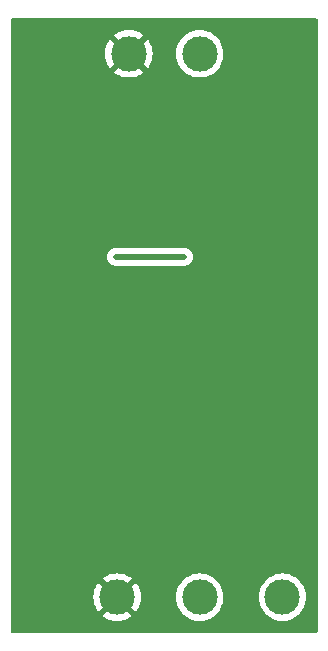
<source format=gbr>
%TF.GenerationSoftware,KiCad,Pcbnew,8.0.6*%
%TF.CreationDate,2024-11-12T22:00:55+00:00*%
%TF.ProjectId,AliceMini,416c6963-654d-4696-9e69-2e6b69636164,rev?*%
%TF.SameCoordinates,Original*%
%TF.FileFunction,Copper,L2,Bot*%
%TF.FilePolarity,Positive*%
%FSLAX46Y46*%
G04 Gerber Fmt 4.6, Leading zero omitted, Abs format (unit mm)*
G04 Created by KiCad (PCBNEW 8.0.6) date 2024-11-12 22:00:55*
%MOMM*%
%LPD*%
G01*
G04 APERTURE LIST*
%TA.AperFunction,ComponentPad*%
%ADD10C,3.000000*%
%TD*%
%TA.AperFunction,ViaPad*%
%ADD11C,0.500000*%
%TD*%
%TA.AperFunction,Conductor*%
%ADD12C,0.500000*%
%TD*%
G04 APERTURE END LIST*
D10*
%TO.P,H3,1,1*%
%TO.N,Net-(H3-Pad1)*%
X116000000Y-149000000D03*
%TD*%
%TO.P,H2,1,1*%
%TO.N,GND*%
X110000000Y-103000000D03*
%TD*%
%TO.P,H4,1,1*%
%TO.N,Net-(H4-Pad1)*%
X123000000Y-149000000D03*
%TD*%
%TO.P,H1,1,1*%
%TO.N,Net-(IC1-+IN_A)*%
X116000000Y-103000000D03*
%TD*%
%TO.P,H5,1,1*%
%TO.N,GND*%
X109000000Y-149000000D03*
%TD*%
D11*
%TO.N,GND*%
X111763000Y-109603000D03*
%TO.N,Net-(IC1-V+)*%
X108892000Y-120188000D03*
X114684000Y-120188000D03*
%TD*%
D12*
%TO.N,Net-(IC1-V+)*%
X108892000Y-120188000D02*
X114684000Y-120188000D01*
%TD*%
%TA.AperFunction,Conductor*%
%TO.N,GND*%
G36*
X125943039Y-100019685D02*
G01*
X125988794Y-100072489D01*
X126000000Y-100124000D01*
X126000000Y-151876000D01*
X125980315Y-151943039D01*
X125927511Y-151988794D01*
X125876000Y-152000000D01*
X100124000Y-152000000D01*
X100056961Y-151980315D01*
X100011206Y-151927511D01*
X100000000Y-151876000D01*
X100000000Y-148999998D01*
X106994891Y-148999998D01*
X106994891Y-149000001D01*
X107015300Y-149285362D01*
X107076109Y-149564895D01*
X107176091Y-149832958D01*
X107313191Y-150084038D01*
X107313196Y-150084046D01*
X107419882Y-150226561D01*
X107419883Y-150226562D01*
X108322421Y-149324024D01*
X108335359Y-149355258D01*
X108417437Y-149478097D01*
X108521903Y-149582563D01*
X108644742Y-149664641D01*
X108675974Y-149677578D01*
X107773436Y-150580115D01*
X107915960Y-150686807D01*
X107915961Y-150686808D01*
X108167042Y-150823908D01*
X108167041Y-150823908D01*
X108435104Y-150923890D01*
X108714637Y-150984699D01*
X108999999Y-151005109D01*
X109000001Y-151005109D01*
X109285362Y-150984699D01*
X109564895Y-150923890D01*
X109832958Y-150823908D01*
X110084047Y-150686803D01*
X110226561Y-150580116D01*
X110226562Y-150580115D01*
X109324025Y-149677577D01*
X109355258Y-149664641D01*
X109478097Y-149582563D01*
X109582563Y-149478097D01*
X109664641Y-149355258D01*
X109677578Y-149324025D01*
X110580115Y-150226562D01*
X110580116Y-150226561D01*
X110686803Y-150084047D01*
X110823908Y-149832958D01*
X110923890Y-149564895D01*
X110984699Y-149285362D01*
X111005109Y-149000001D01*
X111005109Y-148999998D01*
X113994390Y-148999998D01*
X113994390Y-149000001D01*
X114014804Y-149285433D01*
X114075628Y-149565037D01*
X114075630Y-149565043D01*
X114075631Y-149565046D01*
X114175557Y-149832958D01*
X114175635Y-149833166D01*
X114312770Y-150084309D01*
X114312775Y-150084317D01*
X114484254Y-150313387D01*
X114484270Y-150313405D01*
X114686594Y-150515729D01*
X114686612Y-150515745D01*
X114915682Y-150687224D01*
X114915690Y-150687229D01*
X115166833Y-150824364D01*
X115166832Y-150824364D01*
X115166836Y-150824365D01*
X115166839Y-150824367D01*
X115434954Y-150924369D01*
X115434960Y-150924370D01*
X115434962Y-150924371D01*
X115714566Y-150985195D01*
X115714568Y-150985195D01*
X115714572Y-150985196D01*
X115968220Y-151003337D01*
X115999999Y-151005610D01*
X116000000Y-151005610D01*
X116000001Y-151005610D01*
X116028595Y-151003564D01*
X116285428Y-150985196D01*
X116565046Y-150924369D01*
X116833161Y-150824367D01*
X117084315Y-150687226D01*
X117313395Y-150515739D01*
X117515739Y-150313395D01*
X117687226Y-150084315D01*
X117824367Y-149833161D01*
X117924369Y-149565046D01*
X117943284Y-149478097D01*
X117985195Y-149285433D01*
X117985195Y-149285432D01*
X117985196Y-149285428D01*
X118005610Y-149000000D01*
X118005610Y-148999998D01*
X120994390Y-148999998D01*
X120994390Y-149000001D01*
X121014804Y-149285433D01*
X121075628Y-149565037D01*
X121075630Y-149565043D01*
X121075631Y-149565046D01*
X121175557Y-149832958D01*
X121175635Y-149833166D01*
X121312770Y-150084309D01*
X121312775Y-150084317D01*
X121484254Y-150313387D01*
X121484270Y-150313405D01*
X121686594Y-150515729D01*
X121686612Y-150515745D01*
X121915682Y-150687224D01*
X121915690Y-150687229D01*
X122166833Y-150824364D01*
X122166832Y-150824364D01*
X122166836Y-150824365D01*
X122166839Y-150824367D01*
X122434954Y-150924369D01*
X122434960Y-150924370D01*
X122434962Y-150924371D01*
X122714566Y-150985195D01*
X122714568Y-150985195D01*
X122714572Y-150985196D01*
X122968220Y-151003337D01*
X122999999Y-151005610D01*
X123000000Y-151005610D01*
X123000001Y-151005610D01*
X123028595Y-151003564D01*
X123285428Y-150985196D01*
X123565046Y-150924369D01*
X123833161Y-150824367D01*
X124084315Y-150687226D01*
X124313395Y-150515739D01*
X124515739Y-150313395D01*
X124687226Y-150084315D01*
X124824367Y-149833161D01*
X124924369Y-149565046D01*
X124943284Y-149478097D01*
X124985195Y-149285433D01*
X124985195Y-149285432D01*
X124985196Y-149285428D01*
X125005610Y-149000000D01*
X124985196Y-148714572D01*
X124970005Y-148644742D01*
X124924371Y-148434962D01*
X124924370Y-148434960D01*
X124924369Y-148434954D01*
X124824367Y-148166839D01*
X124687372Y-147915953D01*
X124687229Y-147915690D01*
X124687224Y-147915682D01*
X124515745Y-147686612D01*
X124515729Y-147686594D01*
X124313405Y-147484270D01*
X124313387Y-147484254D01*
X124084317Y-147312775D01*
X124084309Y-147312770D01*
X123833166Y-147175635D01*
X123833167Y-147175635D01*
X123725915Y-147135632D01*
X123565046Y-147075631D01*
X123565043Y-147075630D01*
X123565037Y-147075628D01*
X123285433Y-147014804D01*
X123000001Y-146994390D01*
X122999999Y-146994390D01*
X122714566Y-147014804D01*
X122434962Y-147075628D01*
X122166833Y-147175635D01*
X121915690Y-147312770D01*
X121915682Y-147312775D01*
X121686612Y-147484254D01*
X121686594Y-147484270D01*
X121484270Y-147686594D01*
X121484254Y-147686612D01*
X121312775Y-147915682D01*
X121312770Y-147915690D01*
X121175635Y-148166833D01*
X121075628Y-148434962D01*
X121014804Y-148714566D01*
X120994390Y-148999998D01*
X118005610Y-148999998D01*
X117985196Y-148714572D01*
X117970005Y-148644742D01*
X117924371Y-148434962D01*
X117924370Y-148434960D01*
X117924369Y-148434954D01*
X117824367Y-148166839D01*
X117687372Y-147915953D01*
X117687229Y-147915690D01*
X117687224Y-147915682D01*
X117515745Y-147686612D01*
X117515729Y-147686594D01*
X117313405Y-147484270D01*
X117313387Y-147484254D01*
X117084317Y-147312775D01*
X117084309Y-147312770D01*
X116833166Y-147175635D01*
X116833167Y-147175635D01*
X116725915Y-147135632D01*
X116565046Y-147075631D01*
X116565043Y-147075630D01*
X116565037Y-147075628D01*
X116285433Y-147014804D01*
X116000001Y-146994390D01*
X115999999Y-146994390D01*
X115714566Y-147014804D01*
X115434962Y-147075628D01*
X115166833Y-147175635D01*
X114915690Y-147312770D01*
X114915682Y-147312775D01*
X114686612Y-147484254D01*
X114686594Y-147484270D01*
X114484270Y-147686594D01*
X114484254Y-147686612D01*
X114312775Y-147915682D01*
X114312770Y-147915690D01*
X114175635Y-148166833D01*
X114075628Y-148434962D01*
X114014804Y-148714566D01*
X113994390Y-148999998D01*
X111005109Y-148999998D01*
X110984699Y-148714637D01*
X110923890Y-148435104D01*
X110823908Y-148167041D01*
X110686808Y-147915961D01*
X110686807Y-147915960D01*
X110580115Y-147773436D01*
X109677577Y-148675973D01*
X109664641Y-148644742D01*
X109582563Y-148521903D01*
X109478097Y-148417437D01*
X109355258Y-148335359D01*
X109324024Y-148322421D01*
X110226562Y-147419883D01*
X110226561Y-147419882D01*
X110084046Y-147313196D01*
X110084038Y-147313191D01*
X109832957Y-147176091D01*
X109832958Y-147176091D01*
X109564895Y-147076109D01*
X109285362Y-147015300D01*
X109000001Y-146994891D01*
X108999999Y-146994891D01*
X108714637Y-147015300D01*
X108435104Y-147076109D01*
X108167041Y-147176091D01*
X107915961Y-147313191D01*
X107915953Y-147313196D01*
X107773437Y-147419882D01*
X107773436Y-147419883D01*
X108675975Y-148322421D01*
X108644742Y-148335359D01*
X108521903Y-148417437D01*
X108417437Y-148521903D01*
X108335359Y-148644742D01*
X108322421Y-148675974D01*
X107419883Y-147773436D01*
X107419882Y-147773437D01*
X107313196Y-147915953D01*
X107313191Y-147915961D01*
X107176091Y-148167041D01*
X107076109Y-148435104D01*
X107015300Y-148714637D01*
X106994891Y-148999998D01*
X100000000Y-148999998D01*
X100000000Y-120187997D01*
X108136751Y-120187997D01*
X108136751Y-120188000D01*
X108140720Y-120223223D01*
X108141500Y-120237108D01*
X108141500Y-120261916D01*
X108148739Y-120298312D01*
X108150341Y-120308616D01*
X108155687Y-120356059D01*
X108163330Y-120377902D01*
X108167904Y-120394659D01*
X108169125Y-120400799D01*
X108170341Y-120406910D01*
X108189235Y-120452525D01*
X108191708Y-120459003D01*
X108191719Y-120459033D01*
X108211543Y-120515687D01*
X108211546Y-120515694D01*
X108217295Y-120524844D01*
X108226851Y-120543340D01*
X108226912Y-120543488D01*
X108226916Y-120543495D01*
X108261169Y-120594760D01*
X108263054Y-120597669D01*
X108301523Y-120658890D01*
X108421110Y-120778477D01*
X108482303Y-120816927D01*
X108482338Y-120816949D01*
X108485247Y-120818834D01*
X108536505Y-120853084D01*
X108536648Y-120853143D01*
X108555162Y-120862708D01*
X108564310Y-120868456D01*
X108618332Y-120887358D01*
X108620979Y-120888285D01*
X108627477Y-120890766D01*
X108673087Y-120909658D01*
X108673095Y-120909660D01*
X108685332Y-120912094D01*
X108702101Y-120916671D01*
X108723938Y-120924312D01*
X108723941Y-120924313D01*
X108771398Y-120929659D01*
X108781689Y-120931260D01*
X108793926Y-120933694D01*
X108818081Y-120938500D01*
X108818082Y-120938500D01*
X108842890Y-120938500D01*
X108856774Y-120939280D01*
X108891998Y-120943249D01*
X108892000Y-120943249D01*
X108892002Y-120943249D01*
X108927226Y-120939280D01*
X108941110Y-120938500D01*
X114634890Y-120938500D01*
X114648774Y-120939280D01*
X114683998Y-120943249D01*
X114684000Y-120943249D01*
X114684002Y-120943249D01*
X114719226Y-120939280D01*
X114733110Y-120938500D01*
X114757918Y-120938500D01*
X114794317Y-120931259D01*
X114804599Y-120929659D01*
X114852059Y-120924313D01*
X114873911Y-120916665D01*
X114890660Y-120912094D01*
X114902913Y-120909658D01*
X114948531Y-120890762D01*
X114954988Y-120888295D01*
X115011690Y-120868456D01*
X115020836Y-120862708D01*
X115039365Y-120853138D01*
X115039415Y-120853116D01*
X115039495Y-120853084D01*
X115090780Y-120818815D01*
X115093618Y-120816975D01*
X115154890Y-120778477D01*
X115274477Y-120658890D01*
X115312975Y-120597618D01*
X115314821Y-120594772D01*
X115314829Y-120594760D01*
X115349084Y-120543495D01*
X115349138Y-120543365D01*
X115358708Y-120524836D01*
X115364456Y-120515690D01*
X115384295Y-120458988D01*
X115386762Y-120452531D01*
X115405655Y-120406920D01*
X115405654Y-120406920D01*
X115405658Y-120406913D01*
X115408094Y-120394660D01*
X115412665Y-120377911D01*
X115420313Y-120356059D01*
X115425659Y-120308599D01*
X115427260Y-120298312D01*
X115434500Y-120261918D01*
X115434500Y-120237108D01*
X115435280Y-120223223D01*
X115439249Y-120188000D01*
X115439249Y-120187997D01*
X115435280Y-120152774D01*
X115434500Y-120138890D01*
X115434500Y-120114081D01*
X115427261Y-120077692D01*
X115425659Y-120067398D01*
X115420313Y-120019941D01*
X115420312Y-120019938D01*
X115412671Y-119998101D01*
X115408094Y-119981332D01*
X115405660Y-119969095D01*
X115405658Y-119969087D01*
X115386766Y-119923477D01*
X115384285Y-119916979D01*
X115383358Y-119914332D01*
X115364456Y-119860310D01*
X115358708Y-119851162D01*
X115349143Y-119832648D01*
X115349084Y-119832505D01*
X115314834Y-119781247D01*
X115312949Y-119778338D01*
X115274477Y-119717110D01*
X115154890Y-119597523D01*
X115154889Y-119597522D01*
X115093677Y-119559060D01*
X115090760Y-119557169D01*
X115039495Y-119522916D01*
X115039488Y-119522912D01*
X115039340Y-119522851D01*
X115020844Y-119513295D01*
X115011694Y-119507546D01*
X115011691Y-119507544D01*
X115011690Y-119507544D01*
X114955003Y-119487708D01*
X114948530Y-119485237D01*
X114902913Y-119466342D01*
X114902911Y-119466341D01*
X114902910Y-119466341D01*
X114896799Y-119465125D01*
X114890659Y-119463904D01*
X114873902Y-119459330D01*
X114852059Y-119451687D01*
X114852060Y-119451687D01*
X114820794Y-119448163D01*
X114804614Y-119446340D01*
X114794312Y-119444739D01*
X114757918Y-119437500D01*
X114757917Y-119437500D01*
X114733110Y-119437500D01*
X114719226Y-119436720D01*
X114684002Y-119432751D01*
X114683998Y-119432751D01*
X114648774Y-119436720D01*
X114634890Y-119437500D01*
X108941110Y-119437500D01*
X108927226Y-119436720D01*
X108892002Y-119432751D01*
X108891998Y-119432751D01*
X108856774Y-119436720D01*
X108842890Y-119437500D01*
X108818082Y-119437500D01*
X108781685Y-119444739D01*
X108771382Y-119446341D01*
X108723940Y-119451687D01*
X108723939Y-119451687D01*
X108702097Y-119459330D01*
X108685341Y-119463903D01*
X108673097Y-119466339D01*
X108673088Y-119466341D01*
X108627466Y-119485237D01*
X108620974Y-119487715D01*
X108564314Y-119507542D01*
X108564309Y-119507544D01*
X108555147Y-119513300D01*
X108536657Y-119522852D01*
X108536513Y-119522911D01*
X108536499Y-119522918D01*
X108485254Y-119557159D01*
X108482339Y-119559048D01*
X108421114Y-119597519D01*
X108421107Y-119597525D01*
X108301525Y-119717107D01*
X108301519Y-119717114D01*
X108263048Y-119778339D01*
X108261159Y-119781254D01*
X108226918Y-119832499D01*
X108226911Y-119832513D01*
X108226852Y-119832657D01*
X108217300Y-119851147D01*
X108211544Y-119860309D01*
X108211542Y-119860314D01*
X108191715Y-119916974D01*
X108189237Y-119923466D01*
X108170341Y-119969088D01*
X108170339Y-119969097D01*
X108167903Y-119981341D01*
X108163330Y-119998097D01*
X108155687Y-120019939D01*
X108155687Y-120019940D01*
X108150341Y-120067382D01*
X108148739Y-120077685D01*
X108141500Y-120114081D01*
X108141500Y-120138890D01*
X108140720Y-120152774D01*
X108136751Y-120187997D01*
X100000000Y-120187997D01*
X100000000Y-102999998D01*
X107994891Y-102999998D01*
X107994891Y-103000001D01*
X108015300Y-103285362D01*
X108076109Y-103564895D01*
X108176091Y-103832958D01*
X108313191Y-104084038D01*
X108313196Y-104084046D01*
X108419882Y-104226561D01*
X108419883Y-104226562D01*
X109322421Y-103324024D01*
X109335359Y-103355258D01*
X109417437Y-103478097D01*
X109521903Y-103582563D01*
X109644742Y-103664641D01*
X109675974Y-103677578D01*
X108773436Y-104580115D01*
X108915960Y-104686807D01*
X108915961Y-104686808D01*
X109167042Y-104823908D01*
X109167041Y-104823908D01*
X109435104Y-104923890D01*
X109714637Y-104984699D01*
X109999999Y-105005109D01*
X110000001Y-105005109D01*
X110285362Y-104984699D01*
X110564895Y-104923890D01*
X110832958Y-104823908D01*
X111084047Y-104686803D01*
X111226561Y-104580116D01*
X111226562Y-104580115D01*
X110324025Y-103677577D01*
X110355258Y-103664641D01*
X110478097Y-103582563D01*
X110582563Y-103478097D01*
X110664641Y-103355258D01*
X110677578Y-103324025D01*
X111580115Y-104226562D01*
X111580116Y-104226561D01*
X111686803Y-104084047D01*
X111823908Y-103832958D01*
X111923890Y-103564895D01*
X111984699Y-103285362D01*
X112005109Y-103000001D01*
X112005109Y-102999998D01*
X113994390Y-102999998D01*
X113994390Y-103000001D01*
X114014804Y-103285433D01*
X114075628Y-103565037D01*
X114075630Y-103565043D01*
X114075631Y-103565046D01*
X114175557Y-103832958D01*
X114175635Y-103833166D01*
X114312770Y-104084309D01*
X114312775Y-104084317D01*
X114484254Y-104313387D01*
X114484270Y-104313405D01*
X114686594Y-104515729D01*
X114686612Y-104515745D01*
X114915682Y-104687224D01*
X114915690Y-104687229D01*
X115166833Y-104824364D01*
X115166832Y-104824364D01*
X115166836Y-104824365D01*
X115166839Y-104824367D01*
X115434954Y-104924369D01*
X115434960Y-104924370D01*
X115434962Y-104924371D01*
X115714566Y-104985195D01*
X115714568Y-104985195D01*
X115714572Y-104985196D01*
X115968220Y-105003337D01*
X115999999Y-105005610D01*
X116000000Y-105005610D01*
X116000001Y-105005610D01*
X116028595Y-105003564D01*
X116285428Y-104985196D01*
X116565046Y-104924369D01*
X116833161Y-104824367D01*
X117084315Y-104687226D01*
X117313395Y-104515739D01*
X117515739Y-104313395D01*
X117687226Y-104084315D01*
X117824367Y-103833161D01*
X117924369Y-103565046D01*
X117943284Y-103478097D01*
X117985195Y-103285433D01*
X117985195Y-103285432D01*
X117985196Y-103285428D01*
X118005610Y-103000000D01*
X117985196Y-102714572D01*
X117970005Y-102644742D01*
X117924371Y-102434962D01*
X117924370Y-102434960D01*
X117924369Y-102434954D01*
X117824367Y-102166839D01*
X117687372Y-101915953D01*
X117687229Y-101915690D01*
X117687224Y-101915682D01*
X117515745Y-101686612D01*
X117515729Y-101686594D01*
X117313405Y-101484270D01*
X117313387Y-101484254D01*
X117084317Y-101312775D01*
X117084309Y-101312770D01*
X116833166Y-101175635D01*
X116833167Y-101175635D01*
X116725915Y-101135632D01*
X116565046Y-101075631D01*
X116565043Y-101075630D01*
X116565037Y-101075628D01*
X116285433Y-101014804D01*
X116000001Y-100994390D01*
X115999999Y-100994390D01*
X115714566Y-101014804D01*
X115434962Y-101075628D01*
X115166833Y-101175635D01*
X114915690Y-101312770D01*
X114915682Y-101312775D01*
X114686612Y-101484254D01*
X114686594Y-101484270D01*
X114484270Y-101686594D01*
X114484254Y-101686612D01*
X114312775Y-101915682D01*
X114312770Y-101915690D01*
X114175635Y-102166833D01*
X114075628Y-102434962D01*
X114014804Y-102714566D01*
X113994390Y-102999998D01*
X112005109Y-102999998D01*
X111984699Y-102714637D01*
X111923890Y-102435104D01*
X111823908Y-102167041D01*
X111686808Y-101915961D01*
X111686807Y-101915960D01*
X111580115Y-101773436D01*
X110677577Y-102675973D01*
X110664641Y-102644742D01*
X110582563Y-102521903D01*
X110478097Y-102417437D01*
X110355258Y-102335359D01*
X110324024Y-102322421D01*
X111226562Y-101419883D01*
X111226561Y-101419882D01*
X111084046Y-101313196D01*
X111084038Y-101313191D01*
X110832957Y-101176091D01*
X110832958Y-101176091D01*
X110564895Y-101076109D01*
X110285362Y-101015300D01*
X110000001Y-100994891D01*
X109999999Y-100994891D01*
X109714637Y-101015300D01*
X109435104Y-101076109D01*
X109167041Y-101176091D01*
X108915961Y-101313191D01*
X108915953Y-101313196D01*
X108773437Y-101419882D01*
X108773436Y-101419883D01*
X109675975Y-102322421D01*
X109644742Y-102335359D01*
X109521903Y-102417437D01*
X109417437Y-102521903D01*
X109335359Y-102644742D01*
X109322421Y-102675974D01*
X108419883Y-101773436D01*
X108419882Y-101773437D01*
X108313196Y-101915953D01*
X108313191Y-101915961D01*
X108176091Y-102167041D01*
X108076109Y-102435104D01*
X108015300Y-102714637D01*
X107994891Y-102999998D01*
X100000000Y-102999998D01*
X100000000Y-100124000D01*
X100019685Y-100056961D01*
X100072489Y-100011206D01*
X100124000Y-100000000D01*
X125876000Y-100000000D01*
X125943039Y-100019685D01*
G37*
%TD.AperFunction*%
%TD*%
M02*

</source>
